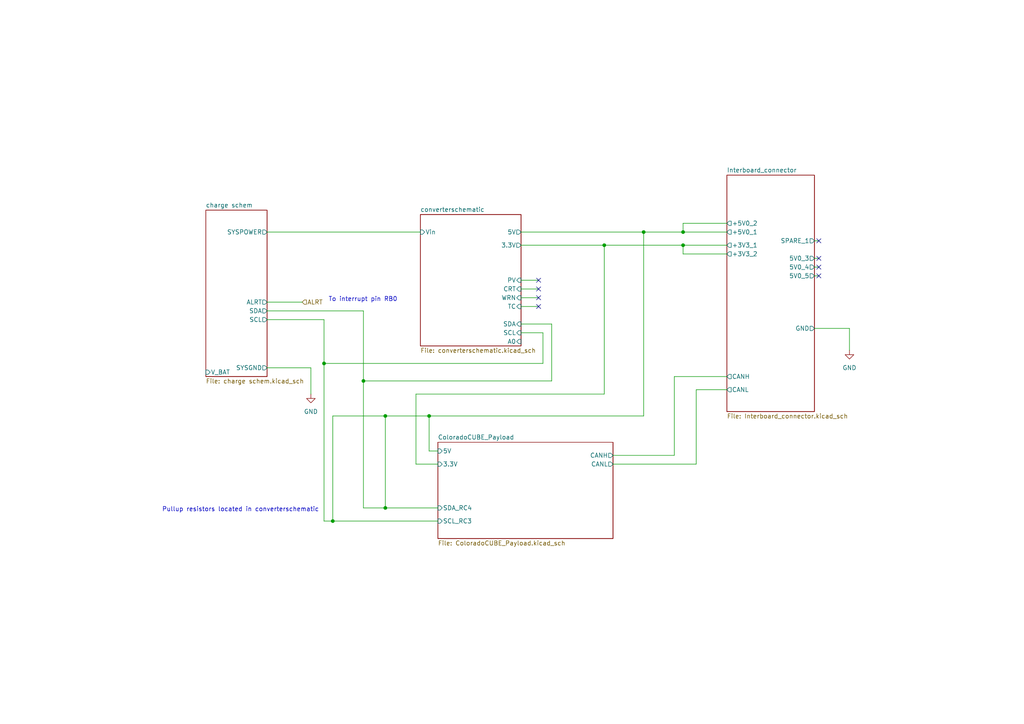
<source format=kicad_sch>
(kicad_sch (version 20211123) (generator eeschema)
  (paper "A4")
  (title_block (title "ColoradoCUBE: EPS Subsystem") (date "2022-02-25") (rev "1") (company "MSU Denver Senior Project"))
  (lib_symbols
    (symbol "power:GND" (power) (pin_names (offset 0))
      (property "Value" "GND" (at 0 -3.81 0))
      (symbol "GND_0_1"
        (polyline (pts (xy 0 0) (xy 0 -1.27) (xy 1.27 -1.27) (xy 0 -2.54) (xy -1.27 -1.27) (xy 0 -1.27)))
      )
      (symbol "GND_1_1"
        (pin power_in line (at 0 0 270) (length 0) hide (name "GND") (number "1"))
      )
    )
  )
  (junction (at 105.41 110.49))
  (junction (at 124.46 120.65))
  (junction (at 111.76 147.32))
  (junction (at 175.26 71.12))
  (junction (at 93.98 105.41))
  (junction (at 111.76 120.65))
  (junction (at 96.52 151.13))
  (junction (at 198.12 71.12))
  (junction (at 198.12 67.31))
  (junction (at 186.69 67.31))
  (no_connect (at 156.21 81.28))
  (no_connect (at 156.21 83.82))
  (no_connect (at 156.21 86.36))
  (no_connect (at 156.21 88.9))
  (no_connect (at 237.49 80.01))
  (no_connect (at 237.49 69.85))
  (no_connect (at 237.49 74.93))
  (no_connect (at 237.49 77.47))
  (wire (pts (xy 120.65 114.3) (xy 175.26 114.3)))
  (wire (pts (xy 157.48 105.41) (xy 93.98 105.41)))
  (wire (pts (xy 236.22 95.25) (xy 246.38 95.25)))
  (wire (pts (xy 124.46 120.65) (xy 186.69 120.65)))
  (wire (pts (xy 96.52 120.65) (xy 96.52 151.13)))
  (wire (pts (xy 127 134.62) (xy 120.65 134.62)))
  (wire (pts (xy 160.02 93.98) (xy 160.02 110.49)))
  (wire (pts (xy 198.12 73.66) (xy 198.12 71.12)))
  (wire (pts (xy 77.47 106.68) (xy 90.17 106.68)))
  (wire (pts (xy 90.17 106.68) (xy 90.17 114.3)))
  (wire (pts (xy 77.47 90.17) (xy 105.41 90.17)))
  (wire (pts (xy 246.38 95.25) (xy 246.38 101.6)))
  (wire (pts (xy 195.58 109.22) (xy 210.82 109.22)))
  (wire (pts (xy 236.22 80.01) (xy 237.49 80.01)))
  (wire (pts (xy 151.13 96.52) (xy 157.48 96.52)))
  (wire (pts (xy 96.52 120.65) (xy 111.76 120.65)))
  (wire (pts (xy 111.76 147.32) (xy 127 147.32)))
  (wire (pts (xy 105.41 147.32) (xy 111.76 147.32)))
  (wire (pts (xy 120.65 134.62) (xy 120.65 114.3)))
  (wire (pts (xy 151.13 67.31) (xy 186.69 67.31)))
  (wire (pts (xy 93.98 105.41) (xy 93.98 151.13)))
  (wire (pts (xy 124.46 130.81) (xy 124.46 120.65)))
  (wire (pts (xy 105.41 110.49) (xy 105.41 147.32)))
  (wire (pts (xy 198.12 71.12) (xy 175.26 71.12)))
  (wire (pts (xy 210.82 71.12) (xy 198.12 71.12)))
  (wire (pts (xy 210.82 64.77) (xy 198.12 64.77)))
  (wire (pts (xy 127 130.81) (xy 124.46 130.81)))
  (wire (pts (xy 175.26 114.3) (xy 175.26 71.12)))
  (wire (pts (xy 77.47 87.63) (xy 87.63 87.63)))
  (wire (pts (xy 157.48 96.52) (xy 157.48 105.41)))
  (wire (pts (xy 177.8 132.08) (xy 195.58 132.08)))
  (wire (pts (xy 198.12 64.77) (xy 198.12 67.31)))
  (wire (pts (xy 186.69 67.31) (xy 198.12 67.31)))
  (wire (pts (xy 236.22 74.93) (xy 237.49 74.93)))
  (wire (pts (xy 151.13 93.98) (xy 160.02 93.98)))
  (wire (pts (xy 177.8 134.62) (xy 201.93 134.62)))
  (wire (pts (xy 93.98 92.71) (xy 93.98 105.41)))
  (wire (pts (xy 201.93 134.62) (xy 201.93 113.03)))
  (wire (pts (xy 77.47 92.71) (xy 93.98 92.71)))
  (wire (pts (xy 236.22 69.85) (xy 237.49 69.85)))
  (wire (pts (xy 151.13 86.36) (xy 156.21 86.36)))
  (wire (pts (xy 186.69 120.65) (xy 186.69 67.31)))
  (wire (pts (xy 201.93 113.03) (xy 210.82 113.03)))
  (wire (pts (xy 93.98 151.13) (xy 96.52 151.13)))
  (wire (pts (xy 96.52 151.13) (xy 127 151.13)))
  (wire (pts (xy 151.13 81.28) (xy 156.21 81.28)))
  (wire (pts (xy 121.92 67.31) (xy 77.47 67.31)))
  (wire (pts (xy 175.26 71.12) (xy 151.13 71.12)))
  (wire (pts (xy 151.13 88.9) (xy 156.21 88.9)))
  (wire (pts (xy 111.76 120.65) (xy 124.46 120.65)))
  (wire (pts (xy 236.22 77.47) (xy 237.49 77.47)))
  (wire (pts (xy 105.41 90.17) (xy 105.41 110.49)))
  (wire (pts (xy 151.13 83.82) (xy 156.21 83.82)))
  (wire (pts (xy 210.82 73.66) (xy 198.12 73.66)))
  (wire (pts (xy 195.58 132.08) (xy 195.58 109.22)))
  (wire (pts (xy 198.12 67.31) (xy 210.82 67.31)))
  (wire (pts (xy 111.76 120.65) (xy 111.76 147.32)))
  (wire (pts (xy 105.41 110.49) (xy 160.02 110.49)))
  (text "Pullup resistors located in converterschematic" (at 46.99 148.59 0) (effects (font (size 1.27 1.27)) (justify left bottom)))
  (text "To interrupt pin RB0" (at 95.25 87.63 0) (effects (font (size 1.27 1.27)) (justify left bottom)))
  (hierarchical_label "ALRT" (shape input) (at 87.63 87.63 0))
  (symbol (lib_id "power:GND") (at 90.17 114.3 0) (unit 1)
    (property "Reference" "#PWR0112" (effects hide))
    (property "Value" "GND" (at 90.17 119.38 0))
  )
  (symbol (lib_id "power:GND") (at 246.38 101.6 0) (unit 1)
    (property "Reference" "#PWR0103" (effects hide))
    (property "Value" "GND" (at 246.38 106.68 0))
  )
  (sheet (at 210.82 50.8) (size 25.4 68.58) (stroke (width 0.1524))
    (property "Sheet name" "Interboard_connector" (at 210.82 50.0884 0) (effects (justify left bottom)))
    (property "Sheet file" "Interboard_connector.kicad_sch" (at 210.82 119.9646 0) (effects (justify left top)))
    (pin "GND" output (at 236.22 95.25 0))
    (pin "5V0_5" output (at 236.22 80.01 0))
    (pin "+5V0_1" output (at 210.82 67.31 180))
    (pin "+5V0_2" output (at 210.82 64.77 180))
    (pin "+3V3_1" output (at 210.82 71.12 180))
    (pin "CANH" output (at 210.82 109.22 180))
    (pin "SPARE_1" output (at 236.22 69.85 0))
    (pin "+3V3_2" output (at 210.82 73.66 180))
    (pin "CANL" output (at 210.82 113.03 180))
    (pin "5V0_4" output (at 236.22 77.47 0))
    (pin "5V0_3" output (at 236.22 74.93 0))
  )
  (sheet (at 59.69 60.96) (size 17.78 48.26) (stroke (width 0.1524))
    (property "Sheet name" "charge schem" (at 59.69 60.2484 0) (effects (justify left bottom)))
    (property "Sheet file" "charge schem.kicad_sch" (at 59.69 109.8046 0) (effects (justify left top)))
    (pin "V_BAT" input (at 59.69 107.95 180))
    (pin "SDA" output (at 77.47 90.17 0))
    (pin "ALRT" output (at 77.47 87.63 0))
    (pin "SYSGND" output (at 77.47 106.68 0))
    (pin "SCL" output (at 77.47 92.71 0))
    (pin "SYSPOWER" output (at 77.47 67.31 0))
  )
  (sheet (at 127 128.27) (size 50.8 27.94) (stroke (width 0.1524))
    (property "Sheet name" "ColoradoCUBE_Payload" (at 127 127.5584 0) (effects (justify left bottom)))
    (property "Sheet file" "ColoradoCUBE_Payload.kicad_sch" (at 127 156.7946 0) (effects (justify left top)))
    (pin "SDA_RC4" input (at 127 147.32 180))
    (pin "5V" input (at 127 130.81 180))
    (pin "3.3V" input (at 127 134.62 180))
    (pin "CANH" output (at 177.8 132.08 0))
    (pin "CANL" output (at 177.8 134.62 0))
    (pin "SCL_RC3" input (at 127 151.13 180))
  )
  (sheet (at 121.92 62.23) (size 29.21 38.1) (stroke (width 0.1524))
    (property "Sheet name" "converterschematic" (at 121.92 61.5184 0) (effects (justify left bottom)))
    (property "Sheet file" "converterschematic.kicad_sch" (at 121.92 100.9146 0) (effects (justify left top)))
    (pin "WRN" input (at 151.13 86.36 0))
    (pin "TC" input (at 151.13 88.9 0))
    (pin "SCL" input (at 151.13 96.52 0))
    (pin "SDA" input (at 151.13 93.98 0))
    (pin "A0" input (at 151.13 99.06 0))
    (pin "3.3V" output (at 151.13 71.12 0))
    (pin "PV" input (at 151.13 81.28 0))
    (pin "5V" output (at 151.13 67.31 0))
    (pin "CRT" input (at 151.13 83.82 0))
    (pin "Vin" input (at 121.92 67.31 180))
  )
)
</source>
